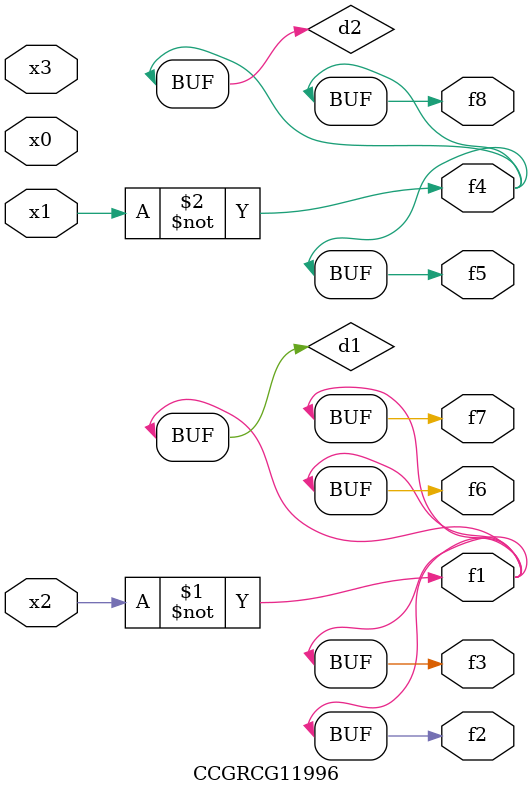
<source format=v>
module CCGRCG11996(
	input x0, x1, x2, x3,
	output f1, f2, f3, f4, f5, f6, f7, f8
);

	wire d1, d2;

	xnor (d1, x2);
	not (d2, x1);
	assign f1 = d1;
	assign f2 = d1;
	assign f3 = d1;
	assign f4 = d2;
	assign f5 = d2;
	assign f6 = d1;
	assign f7 = d1;
	assign f8 = d2;
endmodule

</source>
